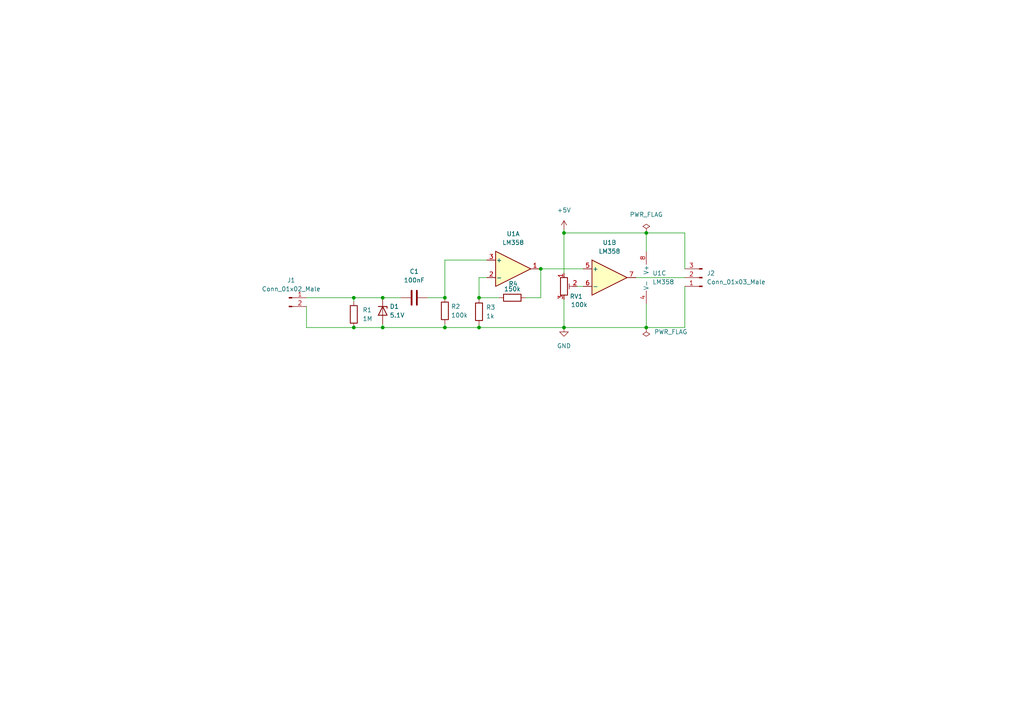
<source format=kicad_sch>
(kicad_sch (version 20230121) (generator eeschema)
  (paper "A4")
  (title_block (title "miss-throw-sensor") (date "2022-09-15") (rev "1.0") (comment 1 "Arman Vartan"))
  (lib_symbols
    (symbol "Amplifier_Operational:LM358" (pin_names (offset 0.127))
      (property "Reference" "U" (at 0 5.08 0))
      (property "Value" "LM358" (at 0 -5.08 0))
      (symbol "LM358_1_1"
        (polyline (pts (xy -5.08 5.08) (xy 5.08 0) (xy -5.08 -5.08) (xy -5.08 5.08)) (stroke (width 0.254)) (fill (type background)))
        (pin output line (at 7.62 0 180) (length 2.54) (name "~") (number "1"))
        (pin input line (at -7.62 -2.54 0) (length 2.54) (name "-") (number "2"))
        (pin input line (at -7.62 2.54 0) (length 2.54) (name "+") (number "3"))
      )
      (symbol "LM358_2_1"
        (polyline (pts (xy -5.08 5.08) (xy 5.08 0) (xy -5.08 -5.08) (xy -5.08 5.08)) (stroke (width 0.254)) (fill (type background)))
        (pin input line (at -7.62 2.54 0) (length 2.54) (name "+") (number "5"))
        (pin input line (at -7.62 -2.54 0) (length 2.54) (name "-") (number "6"))
        (pin output line (at 7.62 0 180) (length 2.54) (name "~") (number "7"))
      )
      (symbol "LM358_3_1"
        (pin power_in line (at -2.54 -7.62 90) (length 3.81) (name "V-") (number "4"))
        (pin power_in line (at -2.54 7.62 270) (length 3.81) (name "V+") (number "8"))
      )
    )
    (symbol "Connector:Conn_01x02_Male" (pin_names (offset 1.016) hide)
      (property "Reference" "J" (at 0 2.54 0))
      (property "Value" "Conn_01x02_Male" (at 0 -5.08 0))
      (symbol "Conn_01x02_Male_1_1"
        (polyline (pts (xy 1.27 -2.54) (xy 0.8636 -2.54)) (stroke (width 0.1524)))
        (polyline (pts (xy 1.27 0) (xy 0.8636 0)) (stroke (width 0.1524)))
        (rectangle (start 0.8636 -2.413) (end 0 -2.667) (stroke (width 0.1524)) (fill (type outline)))
        (rectangle (start 0.8636 0.127) (end 0 -0.127) (stroke (width 0.1524)) (fill (type outline)))
        (pin passive line (at 5.08 0 180) (length 3.81) (name "Pin_1") (number "1"))
        (pin passive line (at 5.08 -2.54 180) (length 3.81) (name "Pin_2") (number "2"))
      )
    )
    (symbol "Connector:Conn_01x03_Male" (pin_names (offset 1.016) hide)
      (property "Reference" "J" (at 0 5.08 0))
      (property "Value" "Conn_01x03_Male" (at 0 -5.08 0))
      (symbol "Conn_01x03_Male_1_1"
        (polyline (pts (xy 1.27 -2.54) (xy 0.8636 -2.54)) (stroke (width 0.1524)))
        (polyline (pts (xy 1.27 0) (xy 0.8636 0)) (stroke (width 0.1524)))
        (polyline (pts (xy 1.27 2.54) (xy 0.8636 2.54)) (stroke (width 0.1524)))
        (rectangle (start 0.8636 -2.413) (end 0 -2.667) (stroke (width 0.1524)) (fill (type outline)))
        (rectangle (start 0.8636 0.127) (end 0 -0.127) (stroke (width 0.1524)) (fill (type outline)))
        (rectangle (start 0.8636 2.667) (end 0 2.413) (stroke (width 0.1524)) (fill (type outline)))
        (pin passive line (at 5.08 2.54 180) (length 3.81) (name "Pin_1") (number "1"))
        (pin passive line (at 5.08 0 180) (length 3.81) (name "Pin_2") (number "2"))
        (pin passive line (at 5.08 -2.54 180) (length 3.81) (name "Pin_3") (number "3"))
      )
    )
    (symbol "Device:C" (pin_numbers hide) (pin_names (offset 0.254))
      (property "Reference" "C" (at 0.635 2.54 0))
      (property "Value" "C" (at 0.635 -2.54 0))
      (symbol "C_0_1"
        (polyline (pts (xy -2.032 -0.762) (xy 2.032 -0.762)) (stroke (width 0.508)))
        (polyline (pts (xy -2.032 0.762) (xy 2.032 0.762)) (stroke (width 0.508)))
      )
      (symbol "C_1_1"
        (pin passive line (at 0 3.81 270) (length 2.794) (name "~") (number "1"))
        (pin passive line (at 0 -3.81 90) (length 2.794) (name "~") (number "2"))
      )
    )
    (symbol "Device:D_Zener" (pin_numbers hide) (pin_names (offset 1.016) hide)
      (property "Reference" "D" (at 0 2.54 0))
      (property "Value" "D_Zener" (at 0 -2.54 0))
      (symbol "D_Zener_0_1"
        (polyline (pts (xy 1.27 0) (xy -1.27 0)))
        (polyline (pts (xy -1.27 -1.27) (xy -1.27 1.27) (xy -0.762 1.27)) (stroke (width 0.254)))
        (polyline (pts (xy 1.27 -1.27) (xy 1.27 1.27) (xy -1.27 0) (xy 1.27 -1.27)) (stroke (width 0.254)))
      )
      (symbol "D_Zener_1_1"
        (pin passive line (at -3.81 0 0) (length 2.54) (name "K") (number "1"))
        (pin passive line (at 3.81 0 180) (length 2.54) (name "A") (number "2"))
      )
    )
    (symbol "Device:R" (pin_numbers hide) (pin_names (offset 0))
      (property "Reference" "R" (at 2.032 0 90))
      (property "Value" "R" (at 0 0 90))
      (symbol "R_0_1"
        (rectangle (start -1.016 -2.54) (end 1.016 2.54) (stroke (width 0.254)))
      )
      (symbol "R_1_1"
        (pin passive line (at 0 3.81 270) (length 1.27) (name "~") (number "1"))
        (pin passive line (at 0 -3.81 90) (length 1.27) (name "~") (number "2"))
      )
    )
    (symbol "Device:R_Potentiometer_Trim" (pin_names (offset 1.016) hide)
      (property "Reference" "RV" (at -4.445 0 90))
      (property "Value" "R_Potentiometer_Trim" (at -2.54 0 90))
      (symbol "R_Potentiometer_Trim_0_1"
        (polyline (pts (xy 1.524 0.762) (xy 1.524 -0.762)))
        (polyline (pts (xy 2.54 0) (xy 1.524 0)))
        (rectangle (start 1.016 2.54) (end -1.016 -2.54) (stroke (width 0.254)))
      )
      (symbol "R_Potentiometer_Trim_1_1"
        (pin passive line (at 0 3.81 270) (length 1.27) (name "1") (number "1"))
        (pin passive line (at 3.81 0 180) (length 1.27) (name "2") (number "2"))
        (pin passive line (at 0 -3.81 90) (length 1.27) (name "3") (number "3"))
      )
    )
    (symbol "power:+5V" (power) (pin_names (offset 0))
      (property "Value" "+5V" (at 0 3.556 0))
      (symbol "+5V_0_1"
        (polyline (pts (xy -0.762 1.27) (xy 0 2.54)))
        (polyline (pts (xy 0 0) (xy 0 2.54)))
        (polyline (pts (xy 0 2.54) (xy 0.762 1.27)))
      )
      (symbol "+5V_1_1"
        (pin power_in line (at 0 0 90) (length 0) hide (name "+5V") (number "1"))
      )
    )
    (symbol "power:GND" (power) (pin_names (offset 0))
      (property "Value" "GND" (at 0 -3.81 0))
      (symbol "GND_0_1"
        (polyline (pts (xy 0 0) (xy 0 -1.27) (xy 1.27 -1.27) (xy 0 -2.54) (xy -1.27 -1.27) (xy 0 -1.27)))
      )
      (symbol "GND_1_1"
        (pin power_in line (at 0 0 270) (length 0) hide (name "GND") (number "1"))
      )
    )
    (symbol "power:PWR_FLAG" (power) (pin_numbers hide) (pin_names (offset 0) hide)
      (property "Value" "PWR_FLAG" (at 0 3.81 0))
      (symbol "PWR_FLAG_0_0"
        (pin power_out line (at 0 0 90) (length 0) (name "pwr") (number "1"))
      )
      (symbol "PWR_FLAG_0_1"
        (polyline (pts (xy 0 0) (xy 0 1.27) (xy -1.016 1.905) (xy 0 2.54) (xy 1.016 1.905) (xy 0 1.27)))
      )
    )
  )
  (junction (at 102.616 94.996))
  (junction (at 102.616 86.36))
  (junction (at 156.845 77.978))
  (junction (at 110.998 94.996))
  (junction (at 110.998 86.36))
  (junction (at 187.452 67.564))
  (junction (at 138.938 94.996))
  (junction (at 129.032 86.36))
  (junction (at 187.452 94.996))
  (junction (at 163.576 67.564))
  (junction (at 129.032 94.996))
  (junction (at 138.938 86.36))
  (junction (at 163.576 94.996))
  (wire (pts (xy 184.404 80.518) (xy 198.628 80.518)))
  (wire (pts (xy 88.9 94.996) (xy 88.9 88.9)))
  (wire (pts (xy 156.464 77.978) (xy 156.845 77.978)))
  (wire (pts (xy 187.452 67.564) (xy 163.576 67.564)))
  (wire (pts (xy 187.452 67.564) (xy 187.452 72.898)))
  (wire (pts (xy 102.616 86.36) (xy 110.998 86.36)))
  (wire (pts (xy 198.628 67.564) (xy 187.452 67.564)))
  (wire (pts (xy 102.616 86.36) (xy 102.616 87.376)))
  (wire (pts (xy 156.845 86.36) (xy 156.845 77.978)))
  (wire (pts (xy 129.032 75.438) (xy 129.032 86.36)))
  (wire (pts (xy 138.938 94.996) (xy 138.938 94.234)))
  (wire (pts (xy 110.998 94.996) (xy 129.032 94.996)))
  (wire (pts (xy 88.9 86.36) (xy 102.616 86.36)))
  (wire (pts (xy 152.4 86.36) (xy 156.845 86.36)))
  (wire (pts (xy 123.952 86.36) (xy 129.032 86.36)))
  (wire (pts (xy 198.628 94.996) (xy 187.452 94.996)))
  (wire (pts (xy 141.224 80.518) (xy 138.938 80.518)))
  (wire (pts (xy 156.845 77.978) (xy 169.164 77.978)))
  (wire (pts (xy 187.452 94.996) (xy 163.576 94.996)))
  (wire (pts (xy 138.938 80.518) (xy 138.938 86.36)))
  (wire (pts (xy 129.032 75.438) (xy 141.224 75.438)))
  (wire (pts (xy 198.628 77.978) (xy 198.628 67.564)))
  (wire (pts (xy 138.938 94.996) (xy 163.576 94.996)))
  (wire (pts (xy 187.452 94.996) (xy 187.452 88.138)))
  (wire (pts (xy 129.032 94.996) (xy 138.938 94.996)))
  (wire (pts (xy 110.998 86.36) (xy 116.332 86.36)))
  (wire (pts (xy 163.576 66.548) (xy 163.576 67.564)))
  (wire (pts (xy 110.998 93.98) (xy 110.998 94.996)))
  (wire (pts (xy 88.9 94.996) (xy 102.616 94.996)))
  (wire (pts (xy 167.386 83.058) (xy 169.164 83.058)))
  (wire (pts (xy 138.938 86.36) (xy 144.78 86.36)))
  (wire (pts (xy 138.938 86.36) (xy 138.938 86.614)))
  (wire (pts (xy 102.616 94.996) (xy 110.998 94.996)))
  (wire (pts (xy 198.628 83.058) (xy 198.628 94.996)))
  (wire (pts (xy 163.576 86.868) (xy 163.576 94.996)))
  (wire (pts (xy 163.576 67.564) (xy 163.576 79.248)))
  (wire (pts (xy 129.032 93.98) (xy 129.032 94.996)))
  (symbol (lib_id "power:PWR_FLAG") (at 187.452 94.996 180) (unit 1)
    (property "Reference" "#FLG02" (effects hide))
    (property "Value" "PWR_FLAG" (at 189.738 96.2659 0) (effects (justify right)))
  )
  (symbol (lib_id "power:GND") (at 163.576 94.996 0) (unit 1)
    (property "Reference" "#PWR02" (effects hide))
    (property "Value" "GND" (at 163.576 100.33 0))
  )
  (symbol (lib_id "Device:R_Potentiometer_Trim") (at 163.576 83.058 0) (unit 1)
    (property "Reference" "RV1" (at 169.037 85.979 0) (effects (justify right)))
    (property "Value" "100k" (at 170.434 88.392 0) (effects (justify right)))
    (property "Footprint" "Potentiometer_THT:Potentiometer_Piher_PT-10-V10_Vertical" (effects hide))
  )
  (symbol (lib_id "Device:R") (at 138.938 90.424 0) (unit 1)
    (property "Reference" "R3" (at 140.97 89.1539 0) (effects (justify left)))
    (property "Value" "1k" (at 140.97 91.6939 0) (effects (justify left)))
    (property "Footprint" "Resistor_THT:R_Axial_DIN0207_L6.3mm_D2.5mm_P2.54mm_Vertical" (effects hide))
  )
  (symbol (lib_id "Device:R") (at 148.59 86.36 90) (unit 1)
    (property "Reference" "R4" (at 148.844 82.296 90))
    (property "Value" "150k" (at 148.59 83.82 90))
    (property "Footprint" "Resistor_THT:R_Axial_DIN0207_L6.3mm_D2.5mm_P2.54mm_Vertical" (effects hide))
  )
  (symbol (lib_id "Device:R") (at 129.032 90.17 0) (unit 1)
    (property "Reference" "R2" (at 130.81 88.8999 0) (effects (justify left)))
    (property "Value" "100k" (at 130.81 91.4399 0) (effects (justify left)))
    (property "Footprint" "Resistor_THT:R_Axial_DIN0207_L6.3mm_D2.5mm_P2.54mm_Vertical" (effects hide))
  )
  (symbol (lib_id "Connector:Conn_01x03_Male") (at 203.708 80.518 180) (unit 1)
    (property "Reference" "J2" (at 204.978 79.2479 0) (effects (justify right)))
    (property "Value" "Conn_01x03_Male" (at 204.978 81.7879 0) (effects (justify right)))
    (property "Footprint" "Connector_PinHeader_2.54mm:PinHeader_1x03_P2.54mm_Horizontal" (effects hide))
  )
  (symbol (lib_id "power:PWR_FLAG") (at 187.452 67.564 0) (unit 1)
    (property "Reference" "#FLG01" (effects hide))
    (property "Value" "PWR_FLAG" (at 187.452 62.23 0))
  )
  (symbol (lib_id "Amplifier_Operational:LM358") (at 189.992 80.518 0) (unit 3)
    (property "Reference" "U1" (at 189.23 79.2479 0) (effects (justify left)))
    (property "Value" "LM358" (at 189.23 81.7879 0) (effects (justify left)))
    (property "Footprint" "Package_DIP:DIP-8_W7.62mm" (effects hide))
    (property "Datasheet" "http://www.ti.com/lit/ds/symlink/lm2904-n.pdf" (effects hide))
  )
  (symbol (lib_id "Device:D_Zener") (at 110.998 90.17 270) (unit 1)
    (property "Reference" "D1" (at 113.03 88.8999 90) (effects (justify left)))
    (property "Value" "5.1V" (at 113.03 91.4399 90) (effects (justify left)))
    (property "Footprint" "Diode_THT:D_DO-35_SOD27_P2.54mm_Vertical_AnodeUp" (effects hide))
  )
  (symbol (lib_id "Connector:Conn_01x02_Male") (at 83.82 86.36 0) (unit 1)
    (property "Reference" "J1" (at 84.455 81.28 0))
    (property "Value" "Conn_01x02_Male" (at 84.455 83.82 0))
    (property "Footprint" "Connector_PinHeader_2.54mm:PinHeader_1x02_P2.54mm_Horizontal" (effects hide))
  )
  (symbol (lib_id "Device:R") (at 102.616 91.186 0) (unit 1)
    (property "Reference" "R1" (at 105.156 89.9159 0) (effects (justify left)))
    (property "Value" "1M" (at 105.156 92.4559 0) (effects (justify left)))
    (property "Footprint" "Resistor_THT:R_Axial_DIN0207_L6.3mm_D2.5mm_P2.54mm_Vertical" (effects hide))
  )
  (symbol (lib_id "Amplifier_Operational:LM358") (at 176.784 80.518 0) (unit 2)
    (property "Reference" "U1" (at 176.784 70.358 0))
    (property "Value" "LM358" (at 176.784 72.898 0))
    (property "Footprint" "Package_DIP:DIP-8_W7.62mm" (effects hide))
    (property "Datasheet" "http://www.ti.com/lit/ds/symlink/lm2904-n.pdf" (effects hide))
  )
  (symbol (lib_id "power:+5V") (at 163.576 66.548 0) (unit 1)
    (property "Reference" "#PWR01" (effects hide))
    (property "Value" "+5V" (at 163.576 60.96 0))
  )
  (symbol (lib_id "Device:C") (at 120.142 86.36 90) (unit 1)
    (property "Reference" "C1" (at 120.142 78.74 90))
    (property "Value" "100nF" (at 120.142 81.28 90))
    (property "Footprint" "Capacitor_THT:C_Disc_D5.0mm_W2.5mm_P5.00mm" (effects hide))
  )
  (symbol (lib_id "Amplifier_Operational:LM358") (at 148.844 77.978 0) (unit 1)
    (property "Reference" "U1" (at 148.844 67.818 0))
    (property "Value" "LM358" (at 148.844 70.358 0))
    (property "Footprint" "Package_DIP:DIP-8_W7.62mm" (effects hide))
    (property "Datasheet" "http://www.ti.com/lit/ds/symlink/lm2904-n.pdf" (effects hide))
  )
)
</source>
